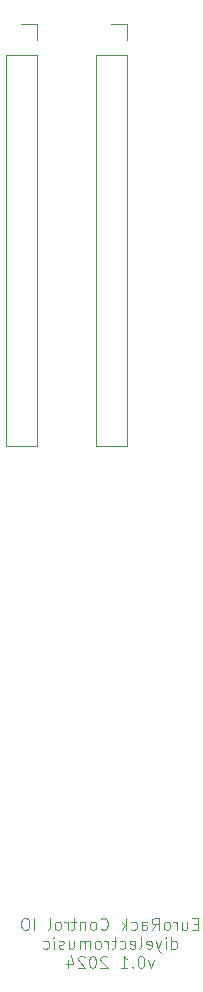
<source format=gbr>
%TF.GenerationSoftware,KiCad,Pcbnew,8.0.5*%
%TF.CreationDate,2024-11-21T14:29:38+00:00*%
%TF.ProjectId,EuroRackControl-IO,4575726f-5261-4636-9b43-6f6e74726f6c,rev?*%
%TF.SameCoordinates,Original*%
%TF.FileFunction,Legend,Bot*%
%TF.FilePolarity,Positive*%
%FSLAX46Y46*%
G04 Gerber Fmt 4.6, Leading zero omitted, Abs format (unit mm)*
G04 Created by KiCad (PCBNEW 8.0.5) date 2024-11-21 14:29:38*
%MOMM*%
%LPD*%
G01*
G04 APERTURE LIST*
%ADD10C,0.100000*%
%ADD11C,0.120000*%
G04 APERTURE END LIST*
D10*
X72476381Y-134812721D02*
X72143048Y-134812721D01*
X72000191Y-135336531D02*
X72476381Y-135336531D01*
X72476381Y-135336531D02*
X72476381Y-134336531D01*
X72476381Y-134336531D02*
X72000191Y-134336531D01*
X71143048Y-134669864D02*
X71143048Y-135336531D01*
X71571619Y-134669864D02*
X71571619Y-135193673D01*
X71571619Y-135193673D02*
X71524000Y-135288912D01*
X71524000Y-135288912D02*
X71428762Y-135336531D01*
X71428762Y-135336531D02*
X71285905Y-135336531D01*
X71285905Y-135336531D02*
X71190667Y-135288912D01*
X71190667Y-135288912D02*
X71143048Y-135241292D01*
X70666857Y-135336531D02*
X70666857Y-134669864D01*
X70666857Y-134860340D02*
X70619238Y-134765102D01*
X70619238Y-134765102D02*
X70571619Y-134717483D01*
X70571619Y-134717483D02*
X70476381Y-134669864D01*
X70476381Y-134669864D02*
X70381143Y-134669864D01*
X69904952Y-135336531D02*
X70000190Y-135288912D01*
X70000190Y-135288912D02*
X70047809Y-135241292D01*
X70047809Y-135241292D02*
X70095428Y-135146054D01*
X70095428Y-135146054D02*
X70095428Y-134860340D01*
X70095428Y-134860340D02*
X70047809Y-134765102D01*
X70047809Y-134765102D02*
X70000190Y-134717483D01*
X70000190Y-134717483D02*
X69904952Y-134669864D01*
X69904952Y-134669864D02*
X69762095Y-134669864D01*
X69762095Y-134669864D02*
X69666857Y-134717483D01*
X69666857Y-134717483D02*
X69619238Y-134765102D01*
X69619238Y-134765102D02*
X69571619Y-134860340D01*
X69571619Y-134860340D02*
X69571619Y-135146054D01*
X69571619Y-135146054D02*
X69619238Y-135241292D01*
X69619238Y-135241292D02*
X69666857Y-135288912D01*
X69666857Y-135288912D02*
X69762095Y-135336531D01*
X69762095Y-135336531D02*
X69904952Y-135336531D01*
X68571619Y-135336531D02*
X68904952Y-134860340D01*
X69143047Y-135336531D02*
X69143047Y-134336531D01*
X69143047Y-134336531D02*
X68762095Y-134336531D01*
X68762095Y-134336531D02*
X68666857Y-134384150D01*
X68666857Y-134384150D02*
X68619238Y-134431769D01*
X68619238Y-134431769D02*
X68571619Y-134527007D01*
X68571619Y-134527007D02*
X68571619Y-134669864D01*
X68571619Y-134669864D02*
X68619238Y-134765102D01*
X68619238Y-134765102D02*
X68666857Y-134812721D01*
X68666857Y-134812721D02*
X68762095Y-134860340D01*
X68762095Y-134860340D02*
X69143047Y-134860340D01*
X67714476Y-135336531D02*
X67714476Y-134812721D01*
X67714476Y-134812721D02*
X67762095Y-134717483D01*
X67762095Y-134717483D02*
X67857333Y-134669864D01*
X67857333Y-134669864D02*
X68047809Y-134669864D01*
X68047809Y-134669864D02*
X68143047Y-134717483D01*
X67714476Y-135288912D02*
X67809714Y-135336531D01*
X67809714Y-135336531D02*
X68047809Y-135336531D01*
X68047809Y-135336531D02*
X68143047Y-135288912D01*
X68143047Y-135288912D02*
X68190666Y-135193673D01*
X68190666Y-135193673D02*
X68190666Y-135098435D01*
X68190666Y-135098435D02*
X68143047Y-135003197D01*
X68143047Y-135003197D02*
X68047809Y-134955578D01*
X68047809Y-134955578D02*
X67809714Y-134955578D01*
X67809714Y-134955578D02*
X67714476Y-134907959D01*
X66809714Y-135288912D02*
X66904952Y-135336531D01*
X66904952Y-135336531D02*
X67095428Y-135336531D01*
X67095428Y-135336531D02*
X67190666Y-135288912D01*
X67190666Y-135288912D02*
X67238285Y-135241292D01*
X67238285Y-135241292D02*
X67285904Y-135146054D01*
X67285904Y-135146054D02*
X67285904Y-134860340D01*
X67285904Y-134860340D02*
X67238285Y-134765102D01*
X67238285Y-134765102D02*
X67190666Y-134717483D01*
X67190666Y-134717483D02*
X67095428Y-134669864D01*
X67095428Y-134669864D02*
X66904952Y-134669864D01*
X66904952Y-134669864D02*
X66809714Y-134717483D01*
X66381142Y-135336531D02*
X66381142Y-134336531D01*
X66285904Y-134955578D02*
X66000190Y-135336531D01*
X66000190Y-134669864D02*
X66381142Y-135050816D01*
X64238285Y-135241292D02*
X64285904Y-135288912D01*
X64285904Y-135288912D02*
X64428761Y-135336531D01*
X64428761Y-135336531D02*
X64523999Y-135336531D01*
X64523999Y-135336531D02*
X64666856Y-135288912D01*
X64666856Y-135288912D02*
X64762094Y-135193673D01*
X64762094Y-135193673D02*
X64809713Y-135098435D01*
X64809713Y-135098435D02*
X64857332Y-134907959D01*
X64857332Y-134907959D02*
X64857332Y-134765102D01*
X64857332Y-134765102D02*
X64809713Y-134574626D01*
X64809713Y-134574626D02*
X64762094Y-134479388D01*
X64762094Y-134479388D02*
X64666856Y-134384150D01*
X64666856Y-134384150D02*
X64523999Y-134336531D01*
X64523999Y-134336531D02*
X64428761Y-134336531D01*
X64428761Y-134336531D02*
X64285904Y-134384150D01*
X64285904Y-134384150D02*
X64238285Y-134431769D01*
X63666856Y-135336531D02*
X63762094Y-135288912D01*
X63762094Y-135288912D02*
X63809713Y-135241292D01*
X63809713Y-135241292D02*
X63857332Y-135146054D01*
X63857332Y-135146054D02*
X63857332Y-134860340D01*
X63857332Y-134860340D02*
X63809713Y-134765102D01*
X63809713Y-134765102D02*
X63762094Y-134717483D01*
X63762094Y-134717483D02*
X63666856Y-134669864D01*
X63666856Y-134669864D02*
X63523999Y-134669864D01*
X63523999Y-134669864D02*
X63428761Y-134717483D01*
X63428761Y-134717483D02*
X63381142Y-134765102D01*
X63381142Y-134765102D02*
X63333523Y-134860340D01*
X63333523Y-134860340D02*
X63333523Y-135146054D01*
X63333523Y-135146054D02*
X63381142Y-135241292D01*
X63381142Y-135241292D02*
X63428761Y-135288912D01*
X63428761Y-135288912D02*
X63523999Y-135336531D01*
X63523999Y-135336531D02*
X63666856Y-135336531D01*
X62904951Y-134669864D02*
X62904951Y-135336531D01*
X62904951Y-134765102D02*
X62857332Y-134717483D01*
X62857332Y-134717483D02*
X62762094Y-134669864D01*
X62762094Y-134669864D02*
X62619237Y-134669864D01*
X62619237Y-134669864D02*
X62523999Y-134717483D01*
X62523999Y-134717483D02*
X62476380Y-134812721D01*
X62476380Y-134812721D02*
X62476380Y-135336531D01*
X62143046Y-134669864D02*
X61762094Y-134669864D01*
X62000189Y-134336531D02*
X62000189Y-135193673D01*
X62000189Y-135193673D02*
X61952570Y-135288912D01*
X61952570Y-135288912D02*
X61857332Y-135336531D01*
X61857332Y-135336531D02*
X61762094Y-135336531D01*
X61428760Y-135336531D02*
X61428760Y-134669864D01*
X61428760Y-134860340D02*
X61381141Y-134765102D01*
X61381141Y-134765102D02*
X61333522Y-134717483D01*
X61333522Y-134717483D02*
X61238284Y-134669864D01*
X61238284Y-134669864D02*
X61143046Y-134669864D01*
X60666855Y-135336531D02*
X60762093Y-135288912D01*
X60762093Y-135288912D02*
X60809712Y-135241292D01*
X60809712Y-135241292D02*
X60857331Y-135146054D01*
X60857331Y-135146054D02*
X60857331Y-134860340D01*
X60857331Y-134860340D02*
X60809712Y-134765102D01*
X60809712Y-134765102D02*
X60762093Y-134717483D01*
X60762093Y-134717483D02*
X60666855Y-134669864D01*
X60666855Y-134669864D02*
X60523998Y-134669864D01*
X60523998Y-134669864D02*
X60428760Y-134717483D01*
X60428760Y-134717483D02*
X60381141Y-134765102D01*
X60381141Y-134765102D02*
X60333522Y-134860340D01*
X60333522Y-134860340D02*
X60333522Y-135146054D01*
X60333522Y-135146054D02*
X60381141Y-135241292D01*
X60381141Y-135241292D02*
X60428760Y-135288912D01*
X60428760Y-135288912D02*
X60523998Y-135336531D01*
X60523998Y-135336531D02*
X60666855Y-135336531D01*
X59762093Y-135336531D02*
X59857331Y-135288912D01*
X59857331Y-135288912D02*
X59904950Y-135193673D01*
X59904950Y-135193673D02*
X59904950Y-134336531D01*
X58619235Y-135336531D02*
X58619235Y-134336531D01*
X57952569Y-134336531D02*
X57762093Y-134336531D01*
X57762093Y-134336531D02*
X57666855Y-134384150D01*
X57666855Y-134384150D02*
X57571617Y-134479388D01*
X57571617Y-134479388D02*
X57523998Y-134669864D01*
X57523998Y-134669864D02*
X57523998Y-135003197D01*
X57523998Y-135003197D02*
X57571617Y-135193673D01*
X57571617Y-135193673D02*
X57666855Y-135288912D01*
X57666855Y-135288912D02*
X57762093Y-135336531D01*
X57762093Y-135336531D02*
X57952569Y-135336531D01*
X57952569Y-135336531D02*
X58047807Y-135288912D01*
X58047807Y-135288912D02*
X58143045Y-135193673D01*
X58143045Y-135193673D02*
X58190664Y-135003197D01*
X58190664Y-135003197D02*
X58190664Y-134669864D01*
X58190664Y-134669864D02*
X58143045Y-134479388D01*
X58143045Y-134479388D02*
X58047807Y-134384150D01*
X58047807Y-134384150D02*
X57952569Y-134336531D01*
X70214476Y-136946475D02*
X70214476Y-135946475D01*
X70214476Y-136898856D02*
X70309714Y-136946475D01*
X70309714Y-136946475D02*
X70500190Y-136946475D01*
X70500190Y-136946475D02*
X70595428Y-136898856D01*
X70595428Y-136898856D02*
X70643047Y-136851236D01*
X70643047Y-136851236D02*
X70690666Y-136755998D01*
X70690666Y-136755998D02*
X70690666Y-136470284D01*
X70690666Y-136470284D02*
X70643047Y-136375046D01*
X70643047Y-136375046D02*
X70595428Y-136327427D01*
X70595428Y-136327427D02*
X70500190Y-136279808D01*
X70500190Y-136279808D02*
X70309714Y-136279808D01*
X70309714Y-136279808D02*
X70214476Y-136327427D01*
X69738285Y-136946475D02*
X69738285Y-136279808D01*
X69738285Y-135946475D02*
X69785904Y-135994094D01*
X69785904Y-135994094D02*
X69738285Y-136041713D01*
X69738285Y-136041713D02*
X69690666Y-135994094D01*
X69690666Y-135994094D02*
X69738285Y-135946475D01*
X69738285Y-135946475D02*
X69738285Y-136041713D01*
X69357333Y-136279808D02*
X69119238Y-136946475D01*
X68881143Y-136279808D02*
X69119238Y-136946475D01*
X69119238Y-136946475D02*
X69214476Y-137184570D01*
X69214476Y-137184570D02*
X69262095Y-137232189D01*
X69262095Y-137232189D02*
X69357333Y-137279808D01*
X68119238Y-136898856D02*
X68214476Y-136946475D01*
X68214476Y-136946475D02*
X68404952Y-136946475D01*
X68404952Y-136946475D02*
X68500190Y-136898856D01*
X68500190Y-136898856D02*
X68547809Y-136803617D01*
X68547809Y-136803617D02*
X68547809Y-136422665D01*
X68547809Y-136422665D02*
X68500190Y-136327427D01*
X68500190Y-136327427D02*
X68404952Y-136279808D01*
X68404952Y-136279808D02*
X68214476Y-136279808D01*
X68214476Y-136279808D02*
X68119238Y-136327427D01*
X68119238Y-136327427D02*
X68071619Y-136422665D01*
X68071619Y-136422665D02*
X68071619Y-136517903D01*
X68071619Y-136517903D02*
X68547809Y-136613141D01*
X67500190Y-136946475D02*
X67595428Y-136898856D01*
X67595428Y-136898856D02*
X67643047Y-136803617D01*
X67643047Y-136803617D02*
X67643047Y-135946475D01*
X66738285Y-136898856D02*
X66833523Y-136946475D01*
X66833523Y-136946475D02*
X67023999Y-136946475D01*
X67023999Y-136946475D02*
X67119237Y-136898856D01*
X67119237Y-136898856D02*
X67166856Y-136803617D01*
X67166856Y-136803617D02*
X67166856Y-136422665D01*
X67166856Y-136422665D02*
X67119237Y-136327427D01*
X67119237Y-136327427D02*
X67023999Y-136279808D01*
X67023999Y-136279808D02*
X66833523Y-136279808D01*
X66833523Y-136279808D02*
X66738285Y-136327427D01*
X66738285Y-136327427D02*
X66690666Y-136422665D01*
X66690666Y-136422665D02*
X66690666Y-136517903D01*
X66690666Y-136517903D02*
X67166856Y-136613141D01*
X65833523Y-136898856D02*
X65928761Y-136946475D01*
X65928761Y-136946475D02*
X66119237Y-136946475D01*
X66119237Y-136946475D02*
X66214475Y-136898856D01*
X66214475Y-136898856D02*
X66262094Y-136851236D01*
X66262094Y-136851236D02*
X66309713Y-136755998D01*
X66309713Y-136755998D02*
X66309713Y-136470284D01*
X66309713Y-136470284D02*
X66262094Y-136375046D01*
X66262094Y-136375046D02*
X66214475Y-136327427D01*
X66214475Y-136327427D02*
X66119237Y-136279808D01*
X66119237Y-136279808D02*
X65928761Y-136279808D01*
X65928761Y-136279808D02*
X65833523Y-136327427D01*
X65547808Y-136279808D02*
X65166856Y-136279808D01*
X65404951Y-135946475D02*
X65404951Y-136803617D01*
X65404951Y-136803617D02*
X65357332Y-136898856D01*
X65357332Y-136898856D02*
X65262094Y-136946475D01*
X65262094Y-136946475D02*
X65166856Y-136946475D01*
X64833522Y-136946475D02*
X64833522Y-136279808D01*
X64833522Y-136470284D02*
X64785903Y-136375046D01*
X64785903Y-136375046D02*
X64738284Y-136327427D01*
X64738284Y-136327427D02*
X64643046Y-136279808D01*
X64643046Y-136279808D02*
X64547808Y-136279808D01*
X64071617Y-136946475D02*
X64166855Y-136898856D01*
X64166855Y-136898856D02*
X64214474Y-136851236D01*
X64214474Y-136851236D02*
X64262093Y-136755998D01*
X64262093Y-136755998D02*
X64262093Y-136470284D01*
X64262093Y-136470284D02*
X64214474Y-136375046D01*
X64214474Y-136375046D02*
X64166855Y-136327427D01*
X64166855Y-136327427D02*
X64071617Y-136279808D01*
X64071617Y-136279808D02*
X63928760Y-136279808D01*
X63928760Y-136279808D02*
X63833522Y-136327427D01*
X63833522Y-136327427D02*
X63785903Y-136375046D01*
X63785903Y-136375046D02*
X63738284Y-136470284D01*
X63738284Y-136470284D02*
X63738284Y-136755998D01*
X63738284Y-136755998D02*
X63785903Y-136851236D01*
X63785903Y-136851236D02*
X63833522Y-136898856D01*
X63833522Y-136898856D02*
X63928760Y-136946475D01*
X63928760Y-136946475D02*
X64071617Y-136946475D01*
X63309712Y-136946475D02*
X63309712Y-136279808D01*
X63309712Y-136375046D02*
X63262093Y-136327427D01*
X63262093Y-136327427D02*
X63166855Y-136279808D01*
X63166855Y-136279808D02*
X63023998Y-136279808D01*
X63023998Y-136279808D02*
X62928760Y-136327427D01*
X62928760Y-136327427D02*
X62881141Y-136422665D01*
X62881141Y-136422665D02*
X62881141Y-136946475D01*
X62881141Y-136422665D02*
X62833522Y-136327427D01*
X62833522Y-136327427D02*
X62738284Y-136279808D01*
X62738284Y-136279808D02*
X62595427Y-136279808D01*
X62595427Y-136279808D02*
X62500188Y-136327427D01*
X62500188Y-136327427D02*
X62452569Y-136422665D01*
X62452569Y-136422665D02*
X62452569Y-136946475D01*
X61547808Y-136279808D02*
X61547808Y-136946475D01*
X61976379Y-136279808D02*
X61976379Y-136803617D01*
X61976379Y-136803617D02*
X61928760Y-136898856D01*
X61928760Y-136898856D02*
X61833522Y-136946475D01*
X61833522Y-136946475D02*
X61690665Y-136946475D01*
X61690665Y-136946475D02*
X61595427Y-136898856D01*
X61595427Y-136898856D02*
X61547808Y-136851236D01*
X61119236Y-136898856D02*
X61023998Y-136946475D01*
X61023998Y-136946475D02*
X60833522Y-136946475D01*
X60833522Y-136946475D02*
X60738284Y-136898856D01*
X60738284Y-136898856D02*
X60690665Y-136803617D01*
X60690665Y-136803617D02*
X60690665Y-136755998D01*
X60690665Y-136755998D02*
X60738284Y-136660760D01*
X60738284Y-136660760D02*
X60833522Y-136613141D01*
X60833522Y-136613141D02*
X60976379Y-136613141D01*
X60976379Y-136613141D02*
X61071617Y-136565522D01*
X61071617Y-136565522D02*
X61119236Y-136470284D01*
X61119236Y-136470284D02*
X61119236Y-136422665D01*
X61119236Y-136422665D02*
X61071617Y-136327427D01*
X61071617Y-136327427D02*
X60976379Y-136279808D01*
X60976379Y-136279808D02*
X60833522Y-136279808D01*
X60833522Y-136279808D02*
X60738284Y-136327427D01*
X60262093Y-136946475D02*
X60262093Y-136279808D01*
X60262093Y-135946475D02*
X60309712Y-135994094D01*
X60309712Y-135994094D02*
X60262093Y-136041713D01*
X60262093Y-136041713D02*
X60214474Y-135994094D01*
X60214474Y-135994094D02*
X60262093Y-135946475D01*
X60262093Y-135946475D02*
X60262093Y-136041713D01*
X59357332Y-136898856D02*
X59452570Y-136946475D01*
X59452570Y-136946475D02*
X59643046Y-136946475D01*
X59643046Y-136946475D02*
X59738284Y-136898856D01*
X59738284Y-136898856D02*
X59785903Y-136851236D01*
X59785903Y-136851236D02*
X59833522Y-136755998D01*
X59833522Y-136755998D02*
X59833522Y-136470284D01*
X59833522Y-136470284D02*
X59785903Y-136375046D01*
X59785903Y-136375046D02*
X59738284Y-136327427D01*
X59738284Y-136327427D02*
X59643046Y-136279808D01*
X59643046Y-136279808D02*
X59452570Y-136279808D01*
X59452570Y-136279808D02*
X59357332Y-136327427D01*
X68738285Y-137889752D02*
X68500190Y-138556419D01*
X68500190Y-138556419D02*
X68262095Y-137889752D01*
X67690666Y-137556419D02*
X67595428Y-137556419D01*
X67595428Y-137556419D02*
X67500190Y-137604038D01*
X67500190Y-137604038D02*
X67452571Y-137651657D01*
X67452571Y-137651657D02*
X67404952Y-137746895D01*
X67404952Y-137746895D02*
X67357333Y-137937371D01*
X67357333Y-137937371D02*
X67357333Y-138175466D01*
X67357333Y-138175466D02*
X67404952Y-138365942D01*
X67404952Y-138365942D02*
X67452571Y-138461180D01*
X67452571Y-138461180D02*
X67500190Y-138508800D01*
X67500190Y-138508800D02*
X67595428Y-138556419D01*
X67595428Y-138556419D02*
X67690666Y-138556419D01*
X67690666Y-138556419D02*
X67785904Y-138508800D01*
X67785904Y-138508800D02*
X67833523Y-138461180D01*
X67833523Y-138461180D02*
X67881142Y-138365942D01*
X67881142Y-138365942D02*
X67928761Y-138175466D01*
X67928761Y-138175466D02*
X67928761Y-137937371D01*
X67928761Y-137937371D02*
X67881142Y-137746895D01*
X67881142Y-137746895D02*
X67833523Y-137651657D01*
X67833523Y-137651657D02*
X67785904Y-137604038D01*
X67785904Y-137604038D02*
X67690666Y-137556419D01*
X66928761Y-138461180D02*
X66881142Y-138508800D01*
X66881142Y-138508800D02*
X66928761Y-138556419D01*
X66928761Y-138556419D02*
X66976380Y-138508800D01*
X66976380Y-138508800D02*
X66928761Y-138461180D01*
X66928761Y-138461180D02*
X66928761Y-138556419D01*
X65928762Y-138556419D02*
X66500190Y-138556419D01*
X66214476Y-138556419D02*
X66214476Y-137556419D01*
X66214476Y-137556419D02*
X66309714Y-137699276D01*
X66309714Y-137699276D02*
X66404952Y-137794514D01*
X66404952Y-137794514D02*
X66500190Y-137842133D01*
X64785904Y-137651657D02*
X64738285Y-137604038D01*
X64738285Y-137604038D02*
X64643047Y-137556419D01*
X64643047Y-137556419D02*
X64404952Y-137556419D01*
X64404952Y-137556419D02*
X64309714Y-137604038D01*
X64309714Y-137604038D02*
X64262095Y-137651657D01*
X64262095Y-137651657D02*
X64214476Y-137746895D01*
X64214476Y-137746895D02*
X64214476Y-137842133D01*
X64214476Y-137842133D02*
X64262095Y-137984990D01*
X64262095Y-137984990D02*
X64833523Y-138556419D01*
X64833523Y-138556419D02*
X64214476Y-138556419D01*
X63595428Y-137556419D02*
X63500190Y-137556419D01*
X63500190Y-137556419D02*
X63404952Y-137604038D01*
X63404952Y-137604038D02*
X63357333Y-137651657D01*
X63357333Y-137651657D02*
X63309714Y-137746895D01*
X63309714Y-137746895D02*
X63262095Y-137937371D01*
X63262095Y-137937371D02*
X63262095Y-138175466D01*
X63262095Y-138175466D02*
X63309714Y-138365942D01*
X63309714Y-138365942D02*
X63357333Y-138461180D01*
X63357333Y-138461180D02*
X63404952Y-138508800D01*
X63404952Y-138508800D02*
X63500190Y-138556419D01*
X63500190Y-138556419D02*
X63595428Y-138556419D01*
X63595428Y-138556419D02*
X63690666Y-138508800D01*
X63690666Y-138508800D02*
X63738285Y-138461180D01*
X63738285Y-138461180D02*
X63785904Y-138365942D01*
X63785904Y-138365942D02*
X63833523Y-138175466D01*
X63833523Y-138175466D02*
X63833523Y-137937371D01*
X63833523Y-137937371D02*
X63785904Y-137746895D01*
X63785904Y-137746895D02*
X63738285Y-137651657D01*
X63738285Y-137651657D02*
X63690666Y-137604038D01*
X63690666Y-137604038D02*
X63595428Y-137556419D01*
X62881142Y-137651657D02*
X62833523Y-137604038D01*
X62833523Y-137604038D02*
X62738285Y-137556419D01*
X62738285Y-137556419D02*
X62500190Y-137556419D01*
X62500190Y-137556419D02*
X62404952Y-137604038D01*
X62404952Y-137604038D02*
X62357333Y-137651657D01*
X62357333Y-137651657D02*
X62309714Y-137746895D01*
X62309714Y-137746895D02*
X62309714Y-137842133D01*
X62309714Y-137842133D02*
X62357333Y-137984990D01*
X62357333Y-137984990D02*
X62928761Y-138556419D01*
X62928761Y-138556419D02*
X62309714Y-138556419D01*
X61452571Y-137889752D02*
X61452571Y-138556419D01*
X61690666Y-137508800D02*
X61928761Y-138223085D01*
X61928761Y-138223085D02*
X61309714Y-138223085D01*
D11*
%TO.C,J14*%
X63800000Y-61270000D02*
X66460000Y-61270000D01*
X63800000Y-94350000D02*
X63800000Y-61270000D01*
X63800000Y-94350000D02*
X66460000Y-94350000D01*
X65130000Y-58670000D02*
X66460000Y-58670000D01*
X66460000Y-58670000D02*
X66460000Y-60000000D01*
X66460000Y-94350000D02*
X66460000Y-61270000D01*
%TO.C,J4*%
X56180000Y-61270000D02*
X58840000Y-61270000D01*
X56180000Y-94350000D02*
X56180000Y-61270000D01*
X56180000Y-94350000D02*
X58840000Y-94350000D01*
X57510000Y-58670000D02*
X58840000Y-58670000D01*
X58840000Y-58670000D02*
X58840000Y-60000000D01*
X58840000Y-94350000D02*
X58840000Y-61270000D01*
%TD*%
M02*

</source>
